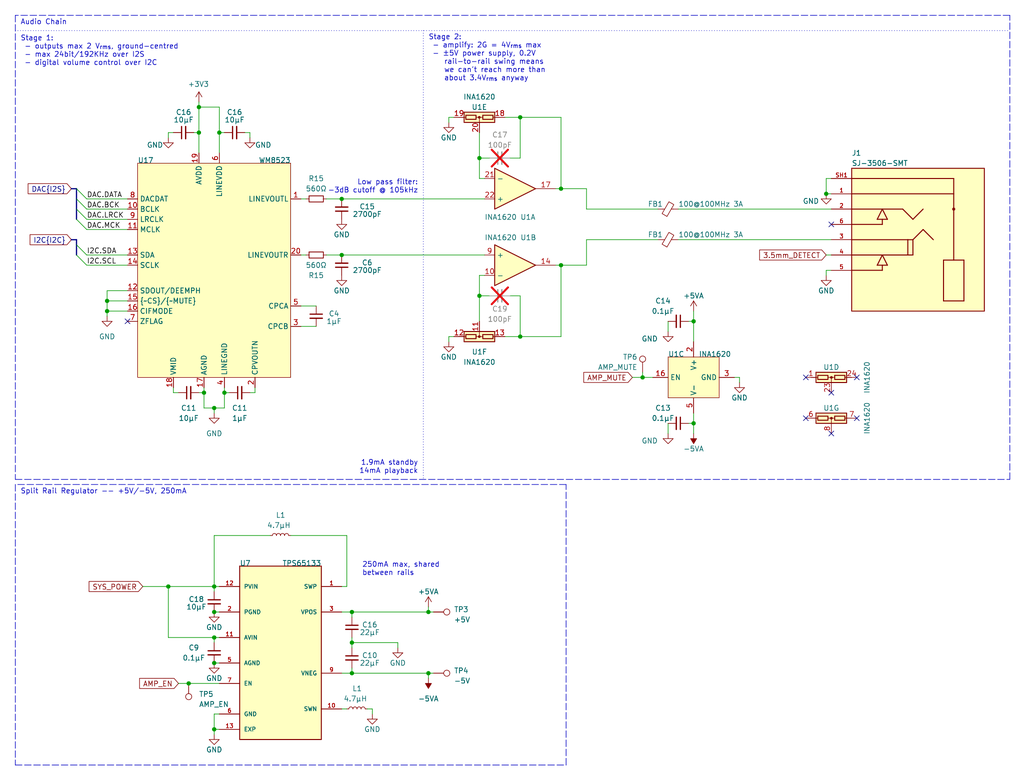
<source format=kicad_sch>
(kicad_sch (version 20230121) (generator eeschema)
  (paper "User" 254.991 194.996)
  (title_block (title "TANGARA") (date "2023-12-21") (rev "4") (company "made by jacqueline") (comment 1 "SPDX-License-Identifier: CERN-OHL-S-2.0"))
  (lib_symbols
    (symbol "Connector:TestPoint" (pin_numbers hide) (pin_names (offset 0.762) hide)
      (property "Reference" "TP" (at 0 6.858 0))
      (property "Value" "TestPoint" (at 0 5.08 0))
      (symbol "TestPoint_0_1"
        (circle (center 0 3.302) (radius 0.762))
      )
      (symbol "TestPoint_1_1"
        (pin passive line (at 0 0 90) (length 2.54) (name "1") (number "1"))
      )
    )
    (symbol "Device:C_Small" (pin_numbers hide) (pin_names (offset 0.254) hide)
      (property "Reference" "C" (at 0.254 1.778 0))
      (property "Value" "C_Small" (at 0.254 -2.032 0))
      (symbol "C_Small_0_1"
        (polyline (pts (xy -1.524 -0.508) (xy 1.524 -0.508)) (stroke (width 0.3302)))
        (polyline (pts (xy -1.524 0.508) (xy 1.524 0.508)) (stroke (width 0.3048)))
      )
      (symbol "C_Small_1_1"
        (pin passive line (at 0 2.54 270) (length 2.032) (name "~") (number "1"))
        (pin passive line (at 0 -2.54 90) (length 2.032) (name "~") (number "2"))
      )
    )
    (symbol "Device:Ferrite_Bead_Small" (pin_numbers hide) (pin_names (offset 0))
      (property "Reference" "FB" (at 1.905 1.27 0))
      (property "Value" "Device_Ferrite_Bead_Small" (at 1.905 -1.27 0))
      (symbol "Ferrite_Bead_Small_0_1"
        (polyline (pts (xy 0 -1.27) (xy 0 -0.7874)))
        (polyline (pts (xy 0 0.889) (xy 0 1.2954)))
        (polyline (pts (xy -1.8288 0.2794) (xy -1.1176 1.4986) (xy 1.8288 -0.2032) (xy 1.1176 -1.4224) (xy -1.8288 0.2794)))
      )
      (symbol "Ferrite_Bead_Small_1_1"
        (pin passive line (at 0 2.54 270) (length 1.27) (name "~") (number "1"))
        (pin passive line (at 0 -2.54 90) (length 1.27) (name "~") (number "2"))
      )
    )
    (symbol "Device:L_Small" (pin_numbers hide) (pin_names (offset 0.254) hide)
      (property "Reference" "L" (at 0.762 1.016 0))
      (property "Value" "L_Small" (at 0.762 -1.016 0))
      (symbol "L_Small_0_1"
        (arc (start 0 -2.032) (mid 0.5058 -1.524) (end 0 -1.016))
        (arc (start 0 -1.016) (mid 0.5058 -0.508) (end 0 0))
        (arc (start 0 0) (mid 0.5058 0.508) (end 0 1.016))
        (arc (start 0 1.016) (mid 0.5058 1.524) (end 0 2.032))
      )
      (symbol "L_Small_1_1"
        (pin passive line (at 0 2.54 270) (length 0.508) (name "~") (number "1"))
        (pin passive line (at 0 -2.54 90) (length 0.508) (name "~") (number "2"))
      )
    )
    (symbol "Device:R_Small" (pin_numbers hide) (pin_names (offset 0.254) hide)
      (property "Reference" "R" (at 0.762 0.508 0))
      (property "Value" "R_Small" (at 0.762 -1.016 0))
      (symbol "R_Small_0_1"
        (rectangle (start -0.762 1.778) (end 0.762 -1.778) (stroke (width 0.2032)))
      )
      (symbol "R_Small_1_1"
        (pin passive line (at 0 2.54 270) (length 0.762) (name "~") (number "1"))
        (pin passive line (at 0 -2.54 90) (length 0.762) (name "~") (number "2"))
      )
    )
    (symbol "power:+3V3" (power) (pin_names (offset 0))
      (property "Value" "+3V3" (at 0 3.556 0))
      (symbol "+3V3_0_1"
        (polyline (pts (xy -0.762 1.27) (xy 0 2.54)))
        (polyline (pts (xy 0 0) (xy 0 2.54)))
        (polyline (pts (xy 0 2.54) (xy 0.762 1.27)))
      )
      (symbol "+3V3_1_1"
        (pin power_in line (at 0 0 90) (length 0) hide (name "+3V3") (number "1"))
      )
    )
    (symbol "power:+5VA" (power) (pin_names (offset 0))
      (property "Value" "+5VA" (at 0 3.556 0))
      (symbol "+5VA_0_1"
        (polyline (pts (xy -0.762 1.27) (xy 0 2.54)))
        (polyline (pts (xy 0 0) (xy 0 2.54)))
        (polyline (pts (xy 0 2.54) (xy 0.762 1.27)))
      )
      (symbol "+5VA_1_1"
        (pin power_in line (at 0 0 90) (length 0) hide (name "+5VA") (number "1"))
      )
    )
    (symbol "power:-5VA" (power) (pin_names (offset 0))
      (property "Value" "-5VA" (at 0 3.81 0))
      (symbol "-5VA_0_0"
        (pin power_in line (at 0 0 90) (length 0) hide (name "-5VA") (number "1"))
      )
      (symbol "-5VA_0_1"
        (polyline (pts (xy 0 0) (xy 0 1.27) (xy 0.762 1.27) (xy 0 2.54) (xy -0.762 1.27) (xy 0 1.27)) (fill (type outline)))
      )
    )
    (symbol "power:GND" (power) (pin_names (offset 0))
      (property "Value" "GND" (at 0 -3.81 0))
      (symbol "GND_0_1"
        (polyline (pts (xy 0 0) (xy 0 -1.27) (xy 1.27 -1.27) (xy 0 -2.54) (xy -1.27 -1.27) (xy 0 -1.27)))
      )
      (symbol "GND_1_1"
        (pin power_in line (at 0 0 270) (length 0) hide (name "GND") (number "1"))
      )
    )
    (symbol "symbols:INA1620"
      (property "Reference" "U" (at -3.81 7.62 0))
      (symbol "INA1620_1_1"
        (polyline (pts (xy 6.35 0) (xy -3.81 5.08) (xy -3.81 -5.08) (xy 6.35 0)) (stroke (width 0.254)) (fill (type background)))
        (pin output line (at 11.43 0 180) (length 5.08) (name "") (number "17"))
        (pin input line (at -6.35 -2.54 0) (length 2.54) (name "-") (number "21"))
        (pin input line (at -6.35 2.54 0) (length 2.54) (name "+") (number "22"))
      )
      (symbol "INA1620_2_1"
        (polyline (pts (xy 6.35 0) (xy -3.81 5.08) (xy -3.81 -5.08) (xy 6.35 0)) (stroke (width 0.254)) (fill (type background)))
        (pin input line (at -6.35 -2.54 0) (length 2.54) (name "-") (number "10"))
        (pin output line (at 11.43 0 180) (length 5.08) (name "") (number "14"))
        (pin input line (at -6.35 2.54 0) (length 2.54) (name "+") (number "9"))
      )
      (symbol "INA1620_3_1"
        (rectangle (start -6.35 5.08) (end 6.35 -5.08) (fill (type background)))
        (pin no_connect line (at -6.35 1.27 0) (length 3.81) hide (name "NC") (number "15"))
        (pin power_in line (at -10.16 0 0) (length 3.81) (name "EN") (number "16"))
        (pin power_in line (at 0 8.89 270) (length 3.81) (name "V+") (number "2"))
        (pin power_in line (at 0 -8.89 90) (length 3.81) hide (name "EP") (number "25"))
        (pin power_in line (at 10.16 0 180) (length 3.81) (name "GND") (number "3"))
        (pin no_connect line (at -6.35 -1.27 0) (length 3.81) hide (name "NC") (number "4"))
        (pin power_in line (at 0 -8.89 90) (length 3.81) (name "V-") (number "5"))
      )
      (symbol "INA1620_4_1"
        (rectangle (start -1.27 3.81) (end 1.27 -3.81) (stroke (width 0.254)) (fill (type background)))
        (rectangle (start -0.508 -0.8382) (end 0.508 -3.3782) (stroke (width 0.254)))
        (rectangle (start -0.508 3.3782) (end 0.508 0.8382) (stroke (width 0.254)))
        (polyline (pts (xy 0 -5.08) (xy 0 -3.429)))
        (polyline (pts (xy 0 0.889) (xy 0 -0.889)))
        (polyline (pts (xy 0 5.08) (xy 0 3.3782)))
        (polyline (pts (xy 1.27 0) (xy 0 0)))
        (circle (center 0 0.0254) (radius 0.254) (fill (type outline)))
        (pin passive line (at 0 -6.35 90) (length 2.54) (name "~") (number "1"))
        (pin passive line (at 3.81 0 180) (length 2.54) (name "~") (number "23"))
        (pin passive line (at 0 6.35 270) (length 2.54) (name "") (number "24"))
      )
      (symbol "INA1620_5_1"
        (rectangle (start -1.27 3.81) (end 1.27 -3.81) (stroke (width 0.254)) (fill (type background)))
        (rectangle (start -0.508 -0.8382) (end 0.508 -3.3782) (stroke (width 0.254)))
        (rectangle (start -0.508 3.3782) (end 0.508 0.8382) (stroke (width 0.254)))
        (polyline (pts (xy 0 -5.08) (xy 0 -3.429)))
        (polyline (pts (xy 0 0.889) (xy 0 -0.889)))
        (polyline (pts (xy 0 5.08) (xy 0 3.3782)))
        (polyline (pts (xy 1.27 0) (xy 0 0)))
        (circle (center 0 0.0254) (radius 0.254) (fill (type outline)))
        (pin passive line (at 0 -6.35 90) (length 2.54) (name "~") (number "18"))
        (pin passive line (at 0 6.35 270) (length 2.54) (name "~") (number "19"))
        (pin passive line (at 3.81 0 180) (length 2.54) (name "~") (number "20"))
      )
      (symbol "INA1620_6_1"
        (rectangle (start -1.27 3.81) (end 1.27 -3.81) (stroke (width 0.254)) (fill (type background)))
        (rectangle (start -0.508 -0.8382) (end 0.508 -3.3782) (stroke (width 0.254)))
        (rectangle (start -0.508 3.3782) (end 0.508 0.8382) (stroke (width 0.254)))
        (polyline (pts (xy 0 -5.08) (xy 0 -3.429)))
        (polyline (pts (xy 0 0.889) (xy 0 -0.889)))
        (polyline (pts (xy 0 5.08) (xy 0 3.3782)))
        (polyline (pts (xy 1.27 0) (xy 0 0)))
        (circle (center 0 0.0254) (radius 0.254) (fill (type outline)))
        (pin passive line (at 3.81 0 180) (length 2.54) (name "~") (number "11"))
        (pin passive line (at 0 6.35 270) (length 2.54) (name "~") (number "12"))
        (pin passive line (at 0 -6.35 90) (length 2.54) (name "~") (number "13"))
      )
      (symbol "INA1620_7_1"
        (rectangle (start -1.27 3.81) (end 1.27 -3.81) (stroke (width 0.254)) (fill (type background)))
        (rectangle (start -0.508 -0.8382) (end 0.508 -3.3782) (stroke (width 0.254)))
        (rectangle (start -0.508 3.3782) (end 0.508 0.8382) (stroke (width 0.254)))
        (polyline (pts (xy 0 -5.08) (xy 0 -3.429)))
        (polyline (pts (xy 0 0.889) (xy 0 -0.889)))
        (polyline (pts (xy 0 5.08) (xy 0 3.3782)))
        (polyline (pts (xy 1.27 0) (xy 0 0)))
        (circle (center 0 0.0254) (radius 0.254) (fill (type outline)))
        (pin passive line (at 0 -6.35 90) (length 2.54) (name "~") (number "6"))
        (pin passive line (at 0 6.35 270) (length 2.54) (name "~") (number "7"))
        (pin passive line (at 3.81 0 180) (length 2.54) (name "~") (number "8"))
      )
    )
    (symbol "symbols:SJ-3506-SMT" (pin_names (offset 1.016))
      (property "Reference" "J" (at -17.783 17.7838 0))
      (property "Value" "SJ-3506-SMT" (at -17.7835 -25.4051 0))
      (symbol "SJ-3506-SMT_0_0"
        (rectangle (start -17.78 17.78) (end 15.24 -17.78) (stroke (width 0.254)) (fill (type background)))
        (circle (center -10.16 7.62) (radius 0.254) (stroke (width 0.254)))
        (polyline (pts (xy -12.7 -15.24) (xy -7.62 -15.24)) (stroke (width 0.254)))
        (polyline (pts (xy -12.7 -5.08) (xy -12.7 -15.24)) (stroke (width 0.254)))
        (polyline (pts (xy -10.16 -5.08) (xy -12.7 -5.08)) (stroke (width 0.254)))
        (polyline (pts (xy -10.16 -5.08) (xy -10.16 7.62)) (stroke (width 0.254)))
        (polyline (pts (xy -10.16 7.62) (xy -10.16 15.24)) (stroke (width 0.254)))
        (polyline (pts (xy -10.16 11.43) (xy 15.24 11.43)) (stroke (width 0.254)))
        (polyline (pts (xy -10.16 15.24) (xy 15.24 15.24)) (stroke (width 0.254)))
        (polyline (pts (xy -7.62 -15.24) (xy -7.62 -5.08)) (stroke (width 0.254)))
        (polyline (pts (xy -7.62 -5.08) (xy -10.16 -5.08)) (stroke (width 0.254)))
        (polyline (pts (xy -5.08 0) (xy -2.54 2.54)) (stroke (width 0.254)))
        (polyline (pts (xy -2.54 2.54) (xy 0 0)) (stroke (width 0.254)))
        (polyline (pts (xy -2.54 7.62) (xy 0 5.08)) (stroke (width 0.254)))
        (polyline (pts (xy 0 -3.81) (xy 1.27 -3.81)) (stroke (width 0.254)))
        (polyline (pts (xy 0 0) (xy 0 -3.81)) (stroke (width 0.254)))
        (polyline (pts (xy 0 0) (xy 1.27 0)) (stroke (width 0.254)))
        (polyline (pts (xy 0 5.08) (xy 2.54 7.62)) (stroke (width 0.254)))
        (polyline (pts (xy 1.27 -3.81) (xy 15.24 -3.81)) (stroke (width 0.254)))
        (polyline (pts (xy 1.27 0) (xy 1.27 -3.81)) (stroke (width 0.254)))
        (polyline (pts (xy 1.27 0) (xy 15.24 0)) (stroke (width 0.254)))
        (polyline (pts (xy 2.54 7.62) (xy 7.62 7.62)) (stroke (width 0.254)))
        (polyline (pts (xy 6.35 -6.35) (xy 8.89 -6.35)) (stroke (width 0.254)))
        (polyline (pts (xy 6.35 5.08) (xy 8.89 5.08)) (stroke (width 0.254)))
        (polyline (pts (xy 7.62 -7.62) (xy 7.62 -6.35)) (stroke (width 0.254)))
        (polyline (pts (xy 7.62 -7.62) (xy 15.24 -7.62)) (stroke (width 0.254)))
        (polyline (pts (xy 7.62 -3.81) (xy 6.35 -6.35)) (stroke (width 0.254)))
        (polyline (pts (xy 7.62 3.81) (xy 15.24 3.81)) (stroke (width 0.254)))
        (polyline (pts (xy 7.62 5.08) (xy 7.62 3.81)) (stroke (width 0.254)))
        (polyline (pts (xy 7.62 7.62) (xy 6.35 5.08)) (stroke (width 0.254)))
        (polyline (pts (xy 7.62 7.62) (xy 15.24 7.62)) (stroke (width 0.254)))
        (polyline (pts (xy 8.89 -6.35) (xy 7.62 -3.81)) (stroke (width 0.254)))
        (polyline (pts (xy 8.89 5.08) (xy 7.62 7.62)) (stroke (width 0.254)))
        (pin passive line (at 20.32 11.43 180) (length 5.08) (name "~") (number "1"))
        (pin passive line (at 20.32 7.62 180) (length 5.08) (name "~") (number "2"))
        (pin passive line (at 20.32 0 180) (length 5.08) (name "~") (number "3"))
        (pin passive line (at 20.32 -3.81 180) (length 5.08) (name "~") (number "4"))
        (pin passive line (at 20.32 -7.62 180) (length 5.08) (name "~") (number "5"))
        (pin passive line (at 20.32 3.81 180) (length 5.08) (name "~") (number "6"))
        (pin passive line (at 20.32 15.24 180) (length 5.08) (name "~") (number "SH1"))
        (pin passive line (at 20.32 15.24 180) (length 5.08) hide (name "~") (number "SH2"))
      )
    )
    (symbol "symbols:TPS65135RTER" (pin_names (offset 1.016))
      (property "Reference" "U" (at -10.16 23.622 0))
      (property "Value" "TPS65135RTER" (at -10.16 -22.86 0))
      (symbol "TPS65135RTER_0_0"
        (rectangle (start -10.16 22.86) (end 10.16 -20.32) (stroke (width 0.254)) (fill (type background)))
        (pin bidirectional line (at 15.24 17.78 180) (length 5.08) (name "SWP") (number "1"))
        (pin bidirectional line (at 15.24 -12.7 180) (length 5.08) (name "SWN") (number "10"))
        (pin bidirectional line (at -15.24 5.08 0) (length 5.08) (name "AVIN") (number "11"))
        (pin bidirectional line (at -15.24 17.78 0) (length 5.08) (name "PVIN") (number "12"))
        (pin power_in line (at -15.24 -17.78 0) (length 5.08) (name "EXP") (number "13"))
        (pin power_in line (at -15.24 11.43 0) (length 5.08) (name "PGND") (number "2"))
        (pin output line (at 15.24 11.43 180) (length 5.08) (name "VPOS") (number "3"))
        (pin power_in line (at -15.24 -13.97 0) (length 5.08) hide (name "GND") (number "4"))
        (pin input line (at -15.24 -1.27 0) (length 5.08) (name "AGND") (number "5"))
        (pin power_in line (at -15.24 -13.97 0) (length 5.08) (name "GND") (number "6"))
        (pin input line (at -15.24 -6.35 0) (length 5.08) (name "EN") (number "7"))
        (pin output line (at -15.24 -13.97 0) (length 5.08) hide (name "GND") (number "8"))
        (pin output line (at 15.24 -3.81 180) (length 5.08) (name "VNEG") (number "9"))
      )
    )
    (symbol "symbols:WM8523"
      (property "Reference" "U" (at -3.81 5.08 0))
      (symbol "WM8523_0_0"
        (pin output line (at 21.59 16.51 180) (length 2.54) (name "LINEVOUTL") (number "1"))
        (pin output line (at -21.59 13.97 0) (length 2.54) (name "BCLK") (number "10"))
        (pin output line (at -21.59 8.89 0) (length 2.54) (name "MCLK") (number "11"))
        (pin output line (at -21.59 -6.35 0) (length 2.54) (name "SDOUT/DEEMPH") (number "12"))
        (pin output line (at -21.59 2.54 0) (length 2.54) (name "SDA") (number "13"))
        (pin output line (at -21.59 0 0) (length 2.54) (name "SCLK") (number "14"))
        (pin output line (at -21.59 -8.89 0) (length 2.54) (name "{~CS}/{~MUTE}") (number "15"))
        (pin output line (at -21.59 -11.43 0) (length 2.54) (name "CIFMODE") (number "16"))
        (pin output line (at -2.54 -30.48 90) (length 2.54) (name "AGND") (number "17"))
        (pin output line (at -10.16 -30.48 90) (length 2.54) (name "VMID") (number "18"))
        (pin output line (at -3.81 27.94 270) (length 2.54) (name "AVDD") (number "19"))
        (pin output line (at 10.16 -30.48 90) (length 2.54) (name "CPVOUTN") (number "2"))
        (pin output line (at 21.59 2.54 180) (length 2.54) (name "LINEVOUTR") (number "20"))
        (pin output line (at 21.59 -15.24 180) (length 2.54) (name "CPCB") (number "3"))
        (pin output line (at 2.54 -30.48 90) (length 2.54) (name "LINEGND") (number "4"))
        (pin output line (at 21.59 -10.16 180) (length 2.54) (name "CPCA") (number "5"))
        (pin output line (at 1.27 27.94 270) (length 2.54) (name "LINEVDD") (number "6"))
        (pin output line (at -21.59 -13.97 0) (length 2.54) (name "ZFLAG") (number "7"))
        (pin output line (at -21.59 16.51 0) (length 2.54) (name "DACDAT") (number "8"))
        (pin output line (at -21.59 11.43 0) (length 2.54) (name "LRCLK") (number "9"))
      )
      (symbol "WM8523_0_1"
        (rectangle (start -19.05 25.4) (end 19.05 -27.94) (fill (type background)))
      )
    )
  )
  (junction (at 106.68 167.64))
  (junction (at 49.53 26.67))
  (junction (at 139.7 66.04))
  (junction (at 26.67 74.93))
  (junction (at 55.88 97.79))
  (junction (at 41.91 146.05))
  (junction (at 53.34 181.61))
  (junction (at 85.09 49.53))
  (junction (at 87.63 167.64))
  (junction (at 53.34 165.1))
  (junction (at 53.34 152.4))
  (junction (at 172.72 80.01))
  (junction (at 85.09 63.5))
  (junction (at 53.34 158.75))
  (junction (at 172.72 105.41))
  (junction (at 54.61 33.02))
  (junction (at 106.68 152.4))
  (junction (at 46.99 170.18))
  (junction (at 49.53 33.02))
  (junction (at 160.02 93.98))
  (junction (at 87.63 152.4))
  (junction (at 87.63 160.02))
  (junction (at 53.34 101.6))
  (junction (at 53.34 146.05))
  (junction (at 50.8 97.79))
  (junction (at 139.7 46.99))
  (junction (at 129.54 83.82))
  (junction (at 129.54 29.21))
  (junction (at 119.38 73.66))
  (junction (at 119.38 39.37))
  (junction (at 26.67 77.47))
  (junction (at 205.74 48.26))
  (no_connect (at 213.36 93.98))
  (no_connect (at 31.75 80.01))
  (no_connect (at 200.66 93.98))
  (no_connect (at 213.36 104.14))
  (no_connect (at 200.66 104.14))
  (no_connect (at 207.01 55.88))
  (no_connect (at 207.01 107.95))
  (no_connect (at 207.01 97.79))
  (bus_entry (at 19.05 46.99) (size 2.54 2.54))
  (bus_entry (at 19.05 54.61) (size 2.54 2.54))
  (bus_entry (at 21.59 66.04) (size -2.54 -2.54))
  (bus_entry (at 19.05 52.07) (size 2.54 2.54))
  (bus_entry (at 19.05 49.53) (size 2.54 2.54))
  (bus_entry (at 21.59 63.5) (size -2.54 -2.54))
  (wire (pts (xy 85.09 146.05) (xy 86.36 146.05)))
  (polyline (pts (xy 3.81 7.62) (xy 251.46 7.62)) (stroke (width 0) (type dot)))
  (bus (pts (xy 19.05 49.53) (xy 19.05 52.07)))
  (wire (pts (xy 139.7 83.82) (xy 139.7 66.04)))
  (wire (pts (xy 49.53 26.67) (xy 49.53 33.02)))
  (wire (pts (xy 63.5 97.79) (xy 62.23 97.79)))
  (polyline (pts (xy 251.46 3.81) (xy 3.81 3.81)) (stroke (width 0) (type dash)))
  (polyline (pts (xy 251.46 119.38) (xy 251.46 3.81)) (stroke (width 0) (type dash)))
  (wire (pts (xy 138.43 66.04) (xy 139.7 66.04)))
  (wire (pts (xy 138.43 46.99) (xy 139.7 46.99)))
  (wire (pts (xy 119.38 33.02) (xy 119.38 39.37)))
  (wire (pts (xy 74.93 76.2) (xy 78.74 76.2)))
  (wire (pts (xy 119.38 73.66) (xy 119.38 80.01)))
  (polyline (pts (xy 105.41 7.62) (xy 105.41 119.38)) (stroke (width 0) (type dot)))
  (wire (pts (xy 21.59 63.5) (xy 31.75 63.5)))
  (wire (pts (xy 53.34 133.35) (xy 67.31 133.35)))
  (wire (pts (xy 86.36 176.53) (xy 85.09 176.53)))
  (wire (pts (xy 43.18 97.79) (xy 44.45 97.79)))
  (wire (pts (xy 74.93 49.53) (xy 76.2 49.53)))
  (wire (pts (xy 129.54 73.66) (xy 129.54 83.82)))
  (wire (pts (xy 184.15 93.98) (xy 182.88 93.98)))
  (wire (pts (xy 54.61 26.67) (xy 49.53 26.67)))
  (wire (pts (xy 41.91 158.75) (xy 41.91 146.05)))
  (wire (pts (xy 160.02 93.98) (xy 162.56 93.98)))
  (wire (pts (xy 205.74 63.5) (xy 207.01 63.5)))
  (wire (pts (xy 119.38 68.58) (xy 120.65 68.58)))
  (wire (pts (xy 146.05 52.07) (xy 163.83 52.07)))
  (wire (pts (xy 205.74 44.45) (xy 205.74 48.26)))
  (wire (pts (xy 26.67 74.93) (xy 26.67 77.47)))
  (wire (pts (xy 172.72 102.87) (xy 172.72 105.41)))
  (wire (pts (xy 31.75 72.39) (xy 26.67 72.39)))
  (wire (pts (xy 146.05 46.99) (xy 139.7 46.99)))
  (wire (pts (xy 43.18 96.52) (xy 43.18 97.79)))
  (wire (pts (xy 92.71 176.53) (xy 92.71 177.8)))
  (wire (pts (xy 46.99 170.18) (xy 54.61 170.18)))
  (wire (pts (xy 53.34 147.32) (xy 53.34 146.05)))
  (wire (pts (xy 49.53 33.02) (xy 49.53 38.1)))
  (wire (pts (xy 127 39.37) (xy 129.54 39.37)))
  (wire (pts (xy 86.36 146.05) (xy 86.36 133.35)))
  (wire (pts (xy 21.59 49.53) (xy 31.75 49.53)))
  (wire (pts (xy 87.63 152.4) (xy 87.63 153.67)))
  (polyline (pts (xy 140.97 120.65) (xy 3.81 120.65)) (stroke (width 0) (type dash)))
  (wire (pts (xy 53.34 182.88) (xy 53.34 181.61)))
  (wire (pts (xy 119.38 39.37) (xy 121.92 39.37)))
  (wire (pts (xy 106.68 167.64) (xy 87.63 167.64)))
  (wire (pts (xy 49.53 25.4) (xy 49.53 26.67)))
  (wire (pts (xy 139.7 66.04) (xy 146.05 66.04)))
  (bus (pts (xy 17.78 59.69) (xy 19.05 59.69)))
  (wire (pts (xy 50.8 97.79) (xy 49.53 97.79)))
  (wire (pts (xy 119.38 39.37) (xy 119.38 44.45)))
  (wire (pts (xy 53.34 146.05) (xy 53.34 133.35)))
  (wire (pts (xy 171.45 105.41) (xy 172.72 105.41)))
  (wire (pts (xy 43.18 33.02) (xy 41.91 33.02)))
  (wire (pts (xy 113.03 83.82) (xy 111.76 83.82)))
  (wire (pts (xy 50.8 101.6) (xy 50.8 97.79)))
  (wire (pts (xy 62.23 33.02) (xy 60.96 33.02)))
  (wire (pts (xy 55.88 101.6) (xy 53.34 101.6)))
  (wire (pts (xy 87.63 160.02) (xy 87.63 161.29)))
  (wire (pts (xy 106.68 151.13) (xy 106.68 152.4)))
  (wire (pts (xy 50.8 96.52) (xy 50.8 97.79)))
  (wire (pts (xy 55.88 97.79) (xy 57.15 97.79)))
  (wire (pts (xy 125.73 29.21) (xy 129.54 29.21)))
  (wire (pts (xy 62.23 34.29) (xy 62.23 33.02)))
  (wire (pts (xy 87.63 152.4) (xy 106.68 152.4)))
  (wire (pts (xy 55.88 97.79) (xy 55.88 101.6)))
  (wire (pts (xy 85.09 152.4) (xy 87.63 152.4)))
  (wire (pts (xy 21.59 66.04) (xy 31.75 66.04)))
  (wire (pts (xy 157.48 93.98) (xy 160.02 93.98)))
  (wire (pts (xy 205.74 67.31) (xy 207.01 67.31)))
  (wire (pts (xy 129.54 83.82) (xy 139.7 83.82)))
  (wire (pts (xy 53.34 181.61) (xy 54.61 181.61)))
  (wire (pts (xy 53.34 101.6) (xy 50.8 101.6)))
  (wire (pts (xy 160.02 92.71) (xy 160.02 93.98)))
  (wire (pts (xy 87.63 158.75) (xy 87.63 160.02)))
  (wire (pts (xy 35.56 146.05) (xy 41.91 146.05)))
  (polyline (pts (xy 3.81 3.81) (xy 3.81 119.38)) (stroke (width 0) (type dash)))
  (wire (pts (xy 205.74 67.31) (xy 205.74 68.58)))
  (wire (pts (xy 146.05 52.07) (xy 146.05 46.99)))
  (bus (pts (xy 17.78 46.99) (xy 19.05 46.99)))
  (polyline (pts (xy 140.97 190.5) (xy 140.97 120.65)) (stroke (width 0) (type dash)))
  (wire (pts (xy 207.01 48.26) (xy 205.74 48.26)))
  (wire (pts (xy 168.91 59.69) (xy 207.01 59.69)))
  (wire (pts (xy 21.59 57.15) (xy 31.75 57.15)))
  (wire (pts (xy 171.45 80.01) (xy 172.72 80.01)))
  (wire (pts (xy 53.34 101.6) (xy 53.34 102.87)))
  (wire (pts (xy 55.88 96.52) (xy 55.88 97.79)))
  (bus (pts (xy 19.05 52.07) (xy 19.05 54.61)))
  (wire (pts (xy 41.91 33.02) (xy 41.91 34.29)))
  (wire (pts (xy 127 73.66) (xy 129.54 73.66)))
  (bus (pts (xy 19.05 60.96) (xy 19.05 63.5)))
  (wire (pts (xy 85.09 49.53) (xy 120.65 49.53)))
  (wire (pts (xy 54.61 33.02) (xy 54.61 38.1)))
  (wire (pts (xy 99.06 160.02) (xy 87.63 160.02)))
  (wire (pts (xy 21.59 52.07) (xy 31.75 52.07)))
  (polyline (pts (xy 3.81 120.65) (xy 3.81 190.5)) (stroke (width 0) (type dash)))
  (wire (pts (xy 44.45 170.18) (xy 46.99 170.18)))
  (wire (pts (xy 85.09 167.64) (xy 87.63 167.64)))
  (wire (pts (xy 119.38 73.66) (xy 121.92 73.66)))
  (polyline (pts (xy 3.81 190.5) (xy 140.97 190.5)) (stroke (width 0) (type dash)))
  (wire (pts (xy 184.15 95.25) (xy 184.15 93.98)))
  (wire (pts (xy 53.34 165.1) (xy 54.61 165.1)))
  (wire (pts (xy 53.34 158.75) (xy 54.61 158.75)))
  (wire (pts (xy 53.34 152.4) (xy 54.61 152.4)))
  (wire (pts (xy 85.09 63.5) (xy 120.65 63.5)))
  (wire (pts (xy 63.5 96.52) (xy 63.5 97.79)))
  (wire (pts (xy 106.68 168.91) (xy 106.68 167.64)))
  (wire (pts (xy 86.36 133.35) (xy 72.39 133.35)))
  (wire (pts (xy 111.76 29.21) (xy 111.76 30.48)))
  (wire (pts (xy 53.34 146.05) (xy 54.61 146.05)))
  (wire (pts (xy 87.63 166.37) (xy 87.63 167.64)))
  (wire (pts (xy 168.91 52.07) (xy 207.01 52.07)))
  (wire (pts (xy 81.28 63.5) (xy 85.09 63.5)))
  (wire (pts (xy 129.54 29.21) (xy 139.7 29.21)))
  (wire (pts (xy 26.67 77.47) (xy 26.67 78.74)))
  (wire (pts (xy 81.28 49.53) (xy 85.09 49.53)))
  (wire (pts (xy 146.05 59.69) (xy 146.05 66.04)))
  (wire (pts (xy 113.03 29.21) (xy 111.76 29.21)))
  (bus (pts (xy 19.05 46.99) (xy 19.05 49.53)))
  (wire (pts (xy 91.44 176.53) (xy 92.71 176.53)))
  (wire (pts (xy 31.75 77.47) (xy 26.67 77.47)))
  (wire (pts (xy 119.38 73.66) (xy 119.38 68.58)))
  (wire (pts (xy 129.54 29.21) (xy 129.54 39.37)))
  (wire (pts (xy 106.68 152.4) (xy 107.95 152.4)))
  (wire (pts (xy 53.34 158.75) (xy 41.91 158.75)))
  (wire (pts (xy 172.72 77.47) (xy 172.72 80.01)))
  (wire (pts (xy 41.91 146.05) (xy 53.34 146.05)))
  (wire (pts (xy 99.06 161.29) (xy 99.06 160.02)))
  (wire (pts (xy 55.88 33.02) (xy 54.61 33.02)))
  (wire (pts (xy 54.61 177.8) (xy 53.34 177.8)))
  (wire (pts (xy 53.34 160.02) (xy 53.34 158.75)))
  (wire (pts (xy 111.76 83.82) (xy 111.76 85.09)))
  (wire (pts (xy 172.72 80.01) (xy 172.72 85.09)))
  (wire (pts (xy 120.65 44.45) (xy 119.38 44.45)))
  (wire (pts (xy 74.93 63.5) (xy 76.2 63.5)))
  (wire (pts (xy 146.05 59.69) (xy 163.83 59.69)))
  (wire (pts (xy 139.7 29.21) (xy 139.7 46.99)))
  (wire (pts (xy 125.73 83.82) (xy 129.54 83.82)))
  (wire (pts (xy 74.93 81.28) (xy 78.74 81.28)))
  (wire (pts (xy 48.26 33.02) (xy 49.53 33.02)))
  (wire (pts (xy 31.75 74.93) (xy 26.67 74.93)))
  (wire (pts (xy 106.68 167.64) (xy 107.95 167.64)))
  (wire (pts (xy 205.74 44.45) (xy 207.01 44.45)))
  (wire (pts (xy 21.59 54.61) (xy 31.75 54.61)))
  (wire (pts (xy 166.37 80.01) (xy 166.37 82.55)))
  (wire (pts (xy 172.72 105.41) (xy 172.72 107.95)))
  (wire (pts (xy 26.67 72.39) (xy 26.67 74.93)))
  (polyline (pts (xy 3.81 119.38) (xy 251.46 119.38)) (stroke (width 0) (type dash)))
  (wire (pts (xy 54.61 33.02) (xy 54.61 26.67)))
  (wire (pts (xy 53.34 177.8) (xy 53.34 181.61)))
  (bus (pts (xy 19.05 59.69) (xy 19.05 60.96)))
  (wire (pts (xy 166.37 107.95) (xy 166.37 105.41)))
  (text "Low pass filter:\n-3dB cutoff @ 105kHz" (at 104.14 48.26 0) (effects (font (size 1.27 1.27)) (justify right bottom)))
  (text "Stage 2:\n - amplify: 2G = 4V_{rms} max\n - ±5V power supply, 0.2V\n    rail-to-rail swing means\n    we can't reach more than\n    about 3.4V_{rms} anyway" (at 106.68 20.32 0) (effects (font (size 1.27 1.27)) (justify left bottom)))
  (text "1.9mA standby\n14mA playback" (at 104.14 118.11 0) (effects (font (size 1.27 1.27)) (justify right bottom)))
  (text "Audio Chain\n" (at 5.08 6.35 0) (effects (font (size 1.27 1.27)) (justify left bottom)))
  (text "Stage 1:\n - outputs max 2 V_{rms}, ground-centred\n - max 24bit/192KHz over I2S\n - digital volume control over I2C" (at 5.08 16.51 0) (effects (font (size 1.27 1.27)) (justify left bottom)))
  (text "250mA max, shared\nbetween rails" (at 90.17 143.51 0) (effects (font (size 1.27 1.27)) (justify left bottom)))
  (text "Split Rail Regulator -- +5V/-5V, 250mA" (at 5.08 123.19 0) (effects (font (size 1.27 1.27)) (justify left bottom)))
  (label "I2C.SDA" (at 21.59 63.5 0))
  (label "DAC.MCK" (at 21.59 57.15 0))
  (label "DAC.LRCK" (at 21.59 54.61 0))
  (label "DAC.DATA" (at 21.59 49.53 0))
  (label "DAC.BCK" (at 21.59 52.07 0))
  (label "I2C.SCL" (at 21.59 66.04 0))
  (global_label "3.5mm_DETECT" (shape input) (at 205.74 63.5 180) (property "Intersheetrefs" "${INTERSHEET_REFS}" (effects hide)))
  (global_label "AMP_EN" (shape input) (at 44.45 170.18 180) (property "Intersheetrefs" "${INTERSHEET_REFS}" (effects hide)))
  (global_label "I2C{I2C}" (shape input) (at 17.78 59.69 180) (property "Intersheetrefs" "${INTERSHEET_REFS}" (effects hide)))
  (global_label "DAC{I2S}" (shape input) (at 17.78 46.99 180) (property "Intersheetrefs" "${INTERSHEET_REFS}" (effects hide)))
  (global_label "AMP_MUTE" (shape input) (at 157.48 93.98 180) (property "Intersheetrefs" "${INTERSHEET_REFS}" (effects hide)))
  (global_label "SYS_POWER" (shape input) (at 35.56 146.05 180) (property "Intersheetrefs" "${INTERSHEET_REFS}" (effects hide)))
  (symbol (lib_id "power:GND") (at 53.34 165.1 0) (unit 1)
    (property "Reference" "#PWR015" (effects hide))
    (property "Value" "GND" (at 53.34 168.91 0))
  )
  (symbol (lib_id "symbols:SJ-3506-SMT") (at 227.33 59.69 0) (mirror y) (unit 1)
    (property "Reference" "J1" (at 212.09 38.1 0) (effects (justify right)))
    (property "Value" "SJ-3506-SMT" (at 212.09 40.64 0) (effects (justify right)))
    (property "Footprint" "footprints:CUI_SJ-3506-SMT" (effects hide))
    (property "MPN" "SJ-3506-SMT-TR" (effects hide))
  )
  (symbol (lib_id "power:+3V3") (at 49.53 25.4 0) (unit 1)
    (property "Reference" "#PWR07" (effects hide))
    (property "Value" "+3V3" (at 52.07 20.955 0) (effects (justify right)))
  )
  (symbol (lib_id "power:GND") (at 184.15 95.25 0) (unit 1)
    (property "Reference" "#PWR038" (effects hide))
    (property "Value" "GND" (at 184.15 99.06 0))
  )
  (symbol (lib_id "Device:Ferrite_Bead_Small") (at 166.37 52.07 90) (unit 1)
    (property "Reference" "FB1" (at 165.1 50.8 90) (effects (justify left)))
    (property "Value" "100@100MHz 3A" (at 168.91 50.8 90) (effects (justify right)))
    (property "Footprint" "Inductor_SMD:L_0603_1608Metric" (effects hide))
    (property "MPN" "BLM18KG101TN1D" (effects hide))
    (instances (project "tangara-mainboard" (path "" (reference "FB1") (unit 1)) (path "" (reference "FB2") (unit 1)) (path "" (reference "FB3") (unit 1))) (project "reform2-motherboard" (path "" (reference "FB17") (unit 1))))
  )
  (symbol (lib_id "Device:Ferrite_Bead_Small") (at 166.37 59.69 90) (unit 1)
    (property "Reference" "FB1" (at 165.1 58.42 90) (effects (justify left)))
    (property "Value" "100@100MHz 3A" (at 168.91 58.42 90) (effects (justify right)))
    (property "Footprint" "Inductor_SMD:L_0603_1608Metric" (effects hide))
    (property "MPN" "BLM18KG101TN1D" (effects hide))
    (instances (project "tangara-mainboard" (path "" (reference "FB1") (unit 1)) (path "" (reference "FB2") (unit 1)) (path "" (reference "FB4") (unit 1))) (project "reform2-motherboard" (path "" (reference "FB17") (unit 1))))
  )
  (symbol (lib_id "symbols:INA1620") (at 172.72 93.98 0) (unit 3)
    (property "Reference" "U1" (at 166.37 88.9 0) (effects (justify left bottom)))
    (property "Value" "INA1620" (at 173.99 88.9 0) (effects (justify left bottom)))
    (property "Footprint" "Package_DFN_QFN:QFN-24-1EP_4x4mm_P0.5mm_EP2.7x2.7mm_ThermalVias" (effects hide))
    (property "MPN" "INA1620RTWR" (effects hide))
  )
  (symbol (lib_id "power:GND") (at 41.91 34.29 0) (unit 1)
    (property "Reference" "#PWR017" (effects hide))
    (property "Value" "GND" (at 40.64 36.83 0) (effects (justify right bottom)))
  )
  (symbol (lib_id "Device:C_Small") (at 124.46 73.66 90) (mirror x) (unit 1) (dnp yes)
    (property "Reference" "C19" (at 124.46 76.2 90) (effects (justify top)))
    (property "Value" "100pF" (at 124.46 78.74 90) (effects (justify top)))
    (property "Footprint" "Capacitor_SMD:C_0603_1608Metric" (effects hide))
  )
  (symbol (lib_id "Device:C_Small") (at 85.09 52.07 0) (mirror x) (unit 1)
    (property "Reference" "C15" (at 91.44 51.435 0))
    (property "Value" "2700pF" (at 91.44 53.34 0))
    (property "Footprint" "Capacitor_SMD:C_0603_1608Metric" (effects hide))
    (property "MPN" "GRM1885C1H272JA01D" (effects hide))
  )
  (symbol (lib_id "power:+5VA") (at 106.68 151.13 0) (unit 1)
    (property "Reference" "#PWR019" (effects hide))
    (property "Value" "+5VA" (at 106.68 147.32 0))
  )
  (symbol (lib_id "Device:L_Small") (at 88.9 176.53 270) (mirror x) (unit 1)
    (property "Reference" "L1" (at 90.17 171.45 90) (effects (justify right)))
    (property "Value" "4.7μH" (at 91.44 173.99 90) (effects (justify right)))
    (property "Footprint" "Inductor_SMD:L_1008_2520Metric" (effects hide))
    (property "MPN" "1239AS-H-4R7M" (effects hide))
  )
  (symbol (lib_id "Device:C_Small") (at 87.63 163.83 0) (unit 1)
    (property "Reference" "C10" (at 92.075 163.195 0))
    (property "Value" "22μF" (at 92.075 165.1 0))
    (property "Footprint" "Capacitor_SMD:C_1206_3216Metric" (effects hide))
    (property "MPN" "GRM319R61C226KE15D" (effects hide))
  )
  (symbol (lib_id "symbols:WM8523") (at 53.34 66.04 0) (unit 1)
    (property "Reference" "U17" (at 34.29 40.64 0) (effects (justify left bottom)))
    (property "Value" "WM8523" (at 72.39 40.64 0) (effects (justify right bottom)))
    (property "Footprint" "Package_SO:SSOP-20_4.4x6.5mm_P0.65mm" (effects hide))
    (property "MPN" "WM8523GEDT/R" (effects hide))
  )
  (symbol (lib_id "Device:R_Small") (at 78.74 63.5 90) (mirror x) (unit 1)
    (property "Reference" "R15" (at 78.74 68.58 90))
    (property "Value" "560Ω" (at 78.74 66.04 90))
    (property "Footprint" "Resistor_SMD:R_0805_2012Metric" (effects hide))
    (property "MPN" "RR1220P-561-D" (effects hide))
  )
  (symbol (lib_id "power:GND") (at 166.37 82.55 0) (unit 1)
    (property "Reference" "#PWR037" (effects hide))
    (property "Value" "GND" (at 163.83 85.09 0) (effects (justify right bottom)))
  )
  (symbol (lib_id "Device:C_Small") (at 78.74 78.74 0) (unit 1)
    (property "Reference" "C4" (at 83.185 78.105 0))
    (property "Value" "1μF" (at 83.185 80.01 0))
    (property "Footprint" "Capacitor_SMD:C_0805_2012Metric" (effects hide))
    (property "MPN" "GRM216R61C105KA88D" (effects hide))
  )
  (symbol (lib_id "symbols:TPS65135RTER") (at 69.85 163.83 0) (unit 1)
    (property "Reference" "U7" (at 59.69 140.97 0) (effects (justify left bottom)))
    (property "Value" "TPS65133" (at 80.01 140.97 0) (effects (justify right bottom)))
    (property "Footprint" "footprints:SON40P300X300X80-13N" (effects hide))
    (property "MPN" "TPS65133DPDR" (effects hide))
  )
  (symbol (lib_id "power:GND") (at 62.23 34.29 0) (unit 1)
    (property "Reference" "#PWR017" (effects hide))
    (property "Value" "GND" (at 63.5 36.83 0) (effects (justify left bottom)))
  )
  (symbol (lib_id "power:GND") (at 26.67 78.74 0) (unit 1)
    (property "Reference" "#PWR034" (effects hide))
    (property "Value" "GND" (at 26.67 83.82 0))
  )
  (symbol (lib_id "power:GND") (at 85.09 54.61 0) (unit 1)
    (property "Reference" "#PWR017" (effects hide))
    (property "Value" "GND" (at 85.09 58.42 0))
  )
  (symbol (lib_id "power:GND") (at 53.34 102.87 0) (unit 1)
    (property "Reference" "#PWR034" (effects hide))
    (property "Value" "GND" (at 53.34 107.95 0))
  )
  (symbol (lib_id "power:GND") (at 205.74 68.58 0) (mirror y) (unit 1)
    (property "Reference" "#PWR018" (effects hide))
    (property "Value" "GND" (at 205.74 72.39 0))
  )
  (symbol (lib_id "power:GND") (at 85.09 68.58 0) (unit 1)
    (property "Reference" "#PWR016" (effects hide))
    (property "Value" "GND" (at 85.09 72.39 0))
  )
  (symbol (lib_id "Device:L_Small") (at 69.85 133.35 270) (mirror x) (unit 1)
    (property "Reference" "L1" (at 71.12 128.27 90) (effects (justify right)))
    (property "Value" "4.7μH" (at 72.39 130.81 90) (effects (justify right)))
    (property "Footprint" "Inductor_SMD:L_1008_2520Metric" (effects hide))
    (property "MPN" "1239AS-H-4R7M" (effects hide))
  )
  (symbol (lib_id "Device:C_Small") (at 59.69 97.79 90) (unit 1)
    (property "Reference" "C11" (at 59.69 101.6 90))
    (property "Value" "1μF" (at 59.69 104.14 90))
    (property "Footprint" "Capacitor_SMD:C_0805_2012Metric" (effects hide))
    (property "MPN" "GRM216R61C105KA88D" (effects hide))
  )
  (symbol (lib_id "Device:C_Small") (at 168.91 105.41 270) (unit 1)
    (property "Reference" "C13" (at 165.1 101.6 90))
    (property "Value" "0.1μF" (at 165.1 104.14 90))
    (property "Footprint" "Capacitor_SMD:C_0603_1608Metric" (effects hide))
    (property "MPN" "GCM188R71C104KA37J" (effects hide))
  )
  (symbol (lib_id "power:GND") (at 205.74 48.26 0) (mirror y) (unit 1)
    (property "Reference" "#PWR018" (effects hide))
    (property "Value" "GND" (at 201.93 50.8 0) (effects (justify bottom)))
  )
  (symbol (lib_id "Device:C_Small") (at 46.99 97.79 90) (unit 1)
    (property "Reference" "C11" (at 46.99 101.6 90))
    (property "Value" "10μF" (at 46.99 104.14 90))
    (property "Footprint" "Capacitor_SMD:C_0805_2012Metric" (effects hide))
    (property "MPN" "GRM21BR61C106KE15K" (effects hide))
  )
  (symbol (lib_id "power:GND") (at 111.76 85.09 0) (mirror y) (unit 1)
    (property "Reference" "#PWR032" (effects hide))
    (property "Value" "GND" (at 111.76 88.9 0))
  )
  (symbol (lib_id "power:-5VA") (at 172.72 107.95 180) (unit 1)
    (property "Reference" "#PWR025" (effects hide))
    (property "Value" "-5VA" (at 172.72 111.76 0))
  )
  (symbol (lib_id "symbols:INA1620") (at 207.01 104.14 270) (unit 7)
    (property "Reference" "U1" (at 207.01 101.6 90))
    (property "Value" "INA1620" (at 215.9 104.14 0))
    (property "Footprint" "Package_DFN_QFN:QFN-24-1EP_4x4mm_P0.5mm_EP2.7x2.7mm_ThermalVias" (effects hide))
    (property "MPN" "INA1620RTWR" (effects hide))
  )
  (symbol (lib_id "power:GND") (at 53.34 152.4 0) (unit 1)
    (property "Reference" "#PWR024" (effects hide))
    (property "Value" "GND" (at 53.34 156.21 0))
  )
  (symbol (lib_id "Connector:TestPoint") (at 160.02 92.71 0) (mirror y) (unit 1)
    (property "Reference" "TP6" (at 158.75 88.9 0) (effects (justify left)))
    (property "Value" "AMP_MUTE" (at 158.75 91.44 0) (effects (justify left)))
    (property "Footprint" "TestPoint:TestPoint_Pad_D1.0mm" (effects hide))
  )
  (symbol (lib_id "Connector:TestPoint") (at 107.95 152.4 270) (unit 1)
    (property "Reference" "TP3" (at 113.03 151.765 90) (effects (justify left)))
    (property "Value" "+5V" (at 113.03 154.305 90) (effects (justify left)))
    (property "Footprint" "TestPoint:TestPoint_Pad_D1.0mm" (effects hide))
  )
  (symbol (lib_id "power:GND") (at 92.71 177.8 0) (unit 1)
    (property "Reference" "#PWR039" (effects hide))
    (property "Value" "GND" (at 92.71 181.61 0))
  )
  (symbol (lib_id "Device:R_Small") (at 78.74 49.53 90) (unit 1)
    (property "Reference" "R15" (at 78.74 44.45 90))
    (property "Value" "560Ω" (at 78.74 46.99 90))
    (property "Footprint" "Resistor_SMD:R_0805_2012Metric" (effects hide))
    (property "MPN" "RR1220P-561-D" (effects hide))
  )
  (symbol (lib_id "power:GND") (at 111.76 30.48 0) (unit 1)
    (property "Reference" "#PWR032" (effects hide))
    (property "Value" "GND" (at 111.76 34.29 0))
  )
  (symbol (lib_id "Device:C_Small") (at 45.72 33.02 90) (unit 1)
    (property "Reference" "C16" (at 45.72 27.94 90))
    (property "Value" "10μF" (at 45.72 29.845 90))
    (property "Footprint" "Capacitor_SMD:C_0805_2012Metric" (effects hide))
    (property "MPN" "GRM21BR61C106KE15K" (effects hide))
  )
  (symbol (lib_id "power:GND") (at 99.06 161.29 0) (unit 1)
    (property "Reference" "#PWR013" (effects hide))
    (property "Value" "GND" (at 99.06 165.1 0))
  )
  (symbol (lib_id "Connector:TestPoint") (at 46.99 170.18 180) (unit 1)
    (property "Reference" "TP5" (at 49.53 172.847 0) (effects (justify right)))
    (property "Value" "AMP_EN" (at 49.53 175.387 0) (effects (justify right)))
    (property "Footprint" "TestPoint:TestPoint_Pad_D1.0mm" (effects hide))
  )
  (symbol (lib_id "Device:C_Small") (at 87.63 156.21 0) (unit 1)
    (property "Reference" "C16" (at 92.075 155.575 0))
    (property "Value" "22μF" (at 92.075 157.48 0))
    (property "Footprint" "Capacitor_SMD:C_1206_3216Metric" (effects hide))
    (property "MPN" "GRM319R61C226KE15D" (effects hide))
  )
  (symbol (lib_id "Device:C_Small") (at 53.34 149.86 0) (mirror y) (unit 1)
    (property "Reference" "C18" (at 48.895 149.225 0))
    (property "Value" "10μF" (at 48.895 151.13 0))
    (property "Footprint" "Capacitor_SMD:C_0805_2012Metric" (effects hide))
    (property "MPN" "GRM21BR61C106KE15K" (effects hide))
  )
  (symbol (lib_id "power:GND") (at 166.37 107.95 0) (unit 1)
    (property "Reference" "#PWR038" (effects hide))
    (property "Value" "GND" (at 163.83 110.49 0) (effects (justify right bottom)))
  )
  (symbol (lib_id "symbols:INA1620") (at 207.01 93.98 270) (unit 4)
    (property "Reference" "U1" (at 207.01 91.44 90))
    (property "Value" "INA1620" (at 215.9 93.98 0))
    (property "Footprint" "Package_DFN_QFN:QFN-24-1EP_4x4mm_P0.5mm_EP2.7x2.7mm_ThermalVias" (effects hide))
    (property "MPN" "INA1620RTWR" (effects hide))
  )
  (symbol (lib_id "Device:C_Small") (at 58.42 33.02 90) (unit 1)
    (property "Reference" "C16" (at 58.42 27.94 90))
    (property "Value" "10μF" (at 58.42 29.845 90))
    (property "Footprint" "Capacitor_SMD:C_0805_2012Metric" (effects hide))
    (property "MPN" "GRM21BR61C106KE15K" (effects hide))
  )
  (symbol (lib_id "power:+5VA") (at 172.72 77.47 0) (unit 1)
    (property "Reference" "#PWR027" (effects hide))
    (property "Value" "+5VA" (at 172.72 73.66 0))
  )
  (symbol (lib_id "symbols:INA1620") (at 119.38 83.82 90) (unit 6)
    (property "Reference" "U1" (at 119.38 87.63 90))
    (property "Value" "INA1620" (at 119.38 90.17 90))
    (property "Footprint" "Package_DFN_QFN:QFN-24-1EP_4x4mm_P0.5mm_EP2.7x2.7mm_ThermalVias" (effects hide))
    (property "MPN" "INA1620RTWR" (effects hide))
  )
  (symbol (lib_id "power:GND") (at 53.34 182.88 0) (mirror y) (unit 1)
    (property "Reference" "#PWR012" (effects hide))
    (property "Value" "GND" (at 53.34 186.69 0))
  )
  (symbol (lib_id "symbols:INA1620") (at 127 46.99 0) (mirror x) (unit 1)
    (property "Reference" "U1" (at 129.54 53.34 0) (effects (justify left bottom)))
    (property "Value" "INA1620" (at 120.65 53.34 0) (effects (justify left bottom)))
    (property "Footprint" "Package_DFN_QFN:QFN-24-1EP_4x4mm_P0.5mm_EP2.7x2.7mm_ThermalVias" (effects hide))
    (property "MPN" "INA1620RTWR" (effects hide))
  )
  (symbol (lib_id "Device:C_Small") (at 168.91 80.01 270) (unit 1)
    (property "Reference" "C14" (at 165.1 74.93 90))
    (property "Value" "0.1μF" (at 165.1 77.47 90))
    (property "Footprint" "Capacitor_SMD:C_0603_1608Metric" (effects hide))
    (property "MPN" "GCM188R71C104KA37J" (effects hide))
  )
  (symbol (lib_id "Device:C_Small") (at 53.34 162.56 0) (unit 1)
    (property "Reference" "C9" (at 48.26 161.29 0))
    (property "Value" "0.1μF" (at 48.26 163.83 0))
    (property "Footprint" "Capacitor_SMD:C_0603_1608Metric" (effects hide))
    (property "MPN" "GCM188R71C104KA37J" (effects hide))
  )
  (symbol (lib_id "Device:C_Small") (at 124.46 39.37 90) (unit 1) (dnp yes)
    (property "Reference" "C17" (at 124.4663 34.29 90) (effects (justify top)))
    (property "Value" "100pF" (at 124.4663 36.83 90) (effects (justify top)))
    (property "Footprint" "Capacitor_SMD:C_0603_1608Metric" (effects hide))
  )
  (symbol (lib_id "symbols:INA1620") (at 119.38 29.21 90) (mirror x) (unit 5)
    (property "Reference" "U1" (at 119.38 26.67 90))
    (property "Value" "INA1620" (at 119.38 24.13 90))
    (property "Footprint" "Package_DFN_QFN:QFN-24-1EP_4x4mm_P0.5mm_EP2.7x2.7mm_ThermalVias" (effects hide))
    (property "MPN" "INA1620RTWR" (effects hide))
  )
  (symbol (lib_id "Device:C_Small") (at 85.09 66.04 0) (mirror x) (unit 1)
    (property "Reference" "C6" (at 91.44 65.405 0))
    (property "Value" "2700pF" (at 91.44 67.31 0))
    (property "Footprint" "Capacitor_SMD:C_0603_1608Metric" (effects hide))
    (property "MPN" "GRM1885C1H272JA01D" (effects hide))
  )
  (symbol (lib_id "Connector:TestPoint") (at 107.95 167.64 270) (unit 1)
    (property "Reference" "TP4" (at 113.03 167.005 90) (effects (justify left)))
    (property "Value" "-5V" (at 113.03 169.545 90) (effects (justify left)))
    (property "Footprint" "TestPoint:TestPoint_Pad_D1.0mm" (effects hide))
  )
  (symbol (lib_id "symbols:INA1620") (at 127 66.04 0) (unit 2)
    (property "Reference" "U1" (at 129.54 58.42 0) (effects (justify left top)))
    (property "Value" "INA1620" (at 120.65 58.42 0) (effects (justify left top)))
    (property "Footprint" "Package_DFN_QFN:QFN-24-1EP_4x4mm_P0.5mm_EP2.7x2.7mm_ThermalVias" (effects hide))
    (property "MPN" "INA1620RTWR" (effects hide))
  )
  (symbol (lib_id "power:-5VA") (at 106.68 168.91 180) (unit 1)
    (property "Reference" "#PWR022" (effects hide))
    (property "Value" "-5VA" (at 106.68 173.99 0))
  )
)
</source>
